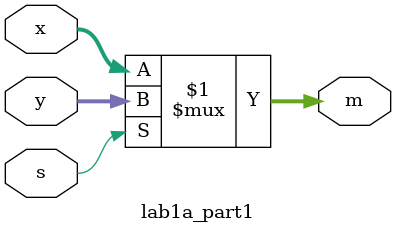
<source format=v>
module lab1a_part1 (x, y, s, m);
    input  [7:0] x, y; //Input 1 and 2
    input        s;   // Select signal
    output [7:0] m;    // Mux output

    assign m = s? y : x;

endmodule





</source>
